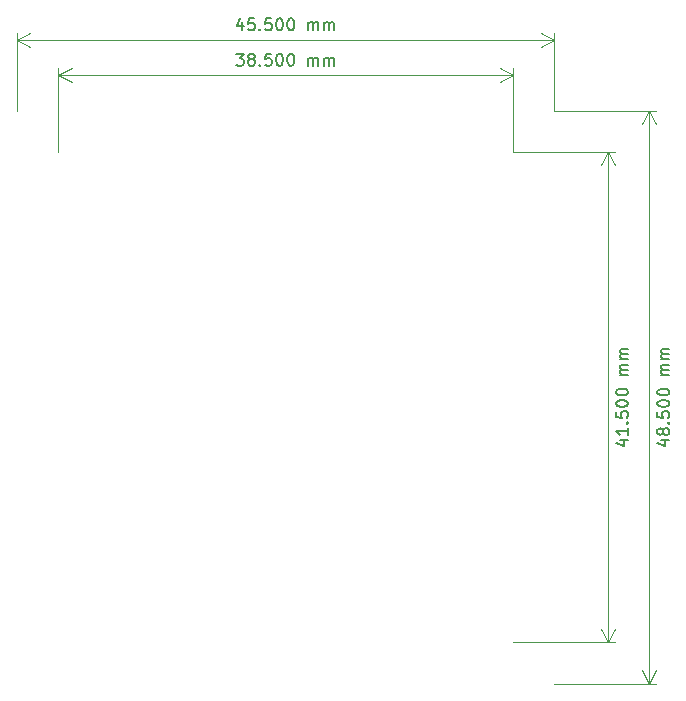
<source format=gbr>
G04 #@! TF.GenerationSoftware,KiCad,Pcbnew,(5.1.4)-1*
G04 #@! TF.CreationDate,2020-08-13T18:30:19+03:00*
G04 #@! TF.ProjectId,4_switch_array,345f7377-6974-4636-985f-61727261792e,rev?*
G04 #@! TF.SameCoordinates,Original*
G04 #@! TF.FileFunction,Other,ECO1*
%FSLAX46Y46*%
G04 Gerber Fmt 4.6, Leading zero omitted, Abs format (unit mm)*
G04 Created by KiCad (PCBNEW (5.1.4)-1) date 2020-08-13 18:30:19*
%MOMM*%
%LPD*%
G04 APERTURE LIST*
%ADD10C,0.150000*%
%ADD11C,0.120000*%
G04 APERTURE END LIST*
D10*
X142559523Y-28682380D02*
X143178571Y-28682380D01*
X142845238Y-29063333D01*
X142988095Y-29063333D01*
X143083333Y-29110952D01*
X143130952Y-29158571D01*
X143178571Y-29253809D01*
X143178571Y-29491904D01*
X143130952Y-29587142D01*
X143083333Y-29634761D01*
X142988095Y-29682380D01*
X142702380Y-29682380D01*
X142607142Y-29634761D01*
X142559523Y-29587142D01*
X143750000Y-29110952D02*
X143654761Y-29063333D01*
X143607142Y-29015714D01*
X143559523Y-28920476D01*
X143559523Y-28872857D01*
X143607142Y-28777619D01*
X143654761Y-28730000D01*
X143750000Y-28682380D01*
X143940476Y-28682380D01*
X144035714Y-28730000D01*
X144083333Y-28777619D01*
X144130952Y-28872857D01*
X144130952Y-28920476D01*
X144083333Y-29015714D01*
X144035714Y-29063333D01*
X143940476Y-29110952D01*
X143750000Y-29110952D01*
X143654761Y-29158571D01*
X143607142Y-29206190D01*
X143559523Y-29301428D01*
X143559523Y-29491904D01*
X143607142Y-29587142D01*
X143654761Y-29634761D01*
X143750000Y-29682380D01*
X143940476Y-29682380D01*
X144035714Y-29634761D01*
X144083333Y-29587142D01*
X144130952Y-29491904D01*
X144130952Y-29301428D01*
X144083333Y-29206190D01*
X144035714Y-29158571D01*
X143940476Y-29110952D01*
X144559523Y-29587142D02*
X144607142Y-29634761D01*
X144559523Y-29682380D01*
X144511904Y-29634761D01*
X144559523Y-29587142D01*
X144559523Y-29682380D01*
X145511904Y-28682380D02*
X145035714Y-28682380D01*
X144988095Y-29158571D01*
X145035714Y-29110952D01*
X145130952Y-29063333D01*
X145369047Y-29063333D01*
X145464285Y-29110952D01*
X145511904Y-29158571D01*
X145559523Y-29253809D01*
X145559523Y-29491904D01*
X145511904Y-29587142D01*
X145464285Y-29634761D01*
X145369047Y-29682380D01*
X145130952Y-29682380D01*
X145035714Y-29634761D01*
X144988095Y-29587142D01*
X146178571Y-28682380D02*
X146273809Y-28682380D01*
X146369047Y-28730000D01*
X146416666Y-28777619D01*
X146464285Y-28872857D01*
X146511904Y-29063333D01*
X146511904Y-29301428D01*
X146464285Y-29491904D01*
X146416666Y-29587142D01*
X146369047Y-29634761D01*
X146273809Y-29682380D01*
X146178571Y-29682380D01*
X146083333Y-29634761D01*
X146035714Y-29587142D01*
X145988095Y-29491904D01*
X145940476Y-29301428D01*
X145940476Y-29063333D01*
X145988095Y-28872857D01*
X146035714Y-28777619D01*
X146083333Y-28730000D01*
X146178571Y-28682380D01*
X147130952Y-28682380D02*
X147226190Y-28682380D01*
X147321428Y-28730000D01*
X147369047Y-28777619D01*
X147416666Y-28872857D01*
X147464285Y-29063333D01*
X147464285Y-29301428D01*
X147416666Y-29491904D01*
X147369047Y-29587142D01*
X147321428Y-29634761D01*
X147226190Y-29682380D01*
X147130952Y-29682380D01*
X147035714Y-29634761D01*
X146988095Y-29587142D01*
X146940476Y-29491904D01*
X146892857Y-29301428D01*
X146892857Y-29063333D01*
X146940476Y-28872857D01*
X146988095Y-28777619D01*
X147035714Y-28730000D01*
X147130952Y-28682380D01*
X148654761Y-29682380D02*
X148654761Y-29015714D01*
X148654761Y-29110952D02*
X148702380Y-29063333D01*
X148797619Y-29015714D01*
X148940476Y-29015714D01*
X149035714Y-29063333D01*
X149083333Y-29158571D01*
X149083333Y-29682380D01*
X149083333Y-29158571D02*
X149130952Y-29063333D01*
X149226190Y-29015714D01*
X149369047Y-29015714D01*
X149464285Y-29063333D01*
X149511904Y-29158571D01*
X149511904Y-29682380D01*
X149988095Y-29682380D02*
X149988095Y-29015714D01*
X149988095Y-29110952D02*
X150035714Y-29063333D01*
X150130952Y-29015714D01*
X150273809Y-29015714D01*
X150369047Y-29063333D01*
X150416666Y-29158571D01*
X150416666Y-29682380D01*
X150416666Y-29158571D02*
X150464285Y-29063333D01*
X150559523Y-29015714D01*
X150702380Y-29015714D01*
X150797619Y-29063333D01*
X150845238Y-29158571D01*
X150845238Y-29682380D01*
D11*
X127500000Y-30500000D02*
X166000000Y-30500000D01*
X127500000Y-37000000D02*
X127500000Y-29913579D01*
X166000000Y-37000000D02*
X166000000Y-29913579D01*
X166000000Y-30500000D02*
X164873496Y-31086421D01*
X166000000Y-30500000D02*
X164873496Y-29913579D01*
X127500000Y-30500000D02*
X128626504Y-31086421D01*
X127500000Y-30500000D02*
X128626504Y-29913579D01*
D10*
X143083333Y-26015714D02*
X143083333Y-26682380D01*
X142845238Y-25634761D02*
X142607142Y-26349047D01*
X143226190Y-26349047D01*
X144083333Y-25682380D02*
X143607142Y-25682380D01*
X143559523Y-26158571D01*
X143607142Y-26110952D01*
X143702380Y-26063333D01*
X143940476Y-26063333D01*
X144035714Y-26110952D01*
X144083333Y-26158571D01*
X144130952Y-26253809D01*
X144130952Y-26491904D01*
X144083333Y-26587142D01*
X144035714Y-26634761D01*
X143940476Y-26682380D01*
X143702380Y-26682380D01*
X143607142Y-26634761D01*
X143559523Y-26587142D01*
X144559523Y-26587142D02*
X144607142Y-26634761D01*
X144559523Y-26682380D01*
X144511904Y-26634761D01*
X144559523Y-26587142D01*
X144559523Y-26682380D01*
X145511904Y-25682380D02*
X145035714Y-25682380D01*
X144988095Y-26158571D01*
X145035714Y-26110952D01*
X145130952Y-26063333D01*
X145369047Y-26063333D01*
X145464285Y-26110952D01*
X145511904Y-26158571D01*
X145559523Y-26253809D01*
X145559523Y-26491904D01*
X145511904Y-26587142D01*
X145464285Y-26634761D01*
X145369047Y-26682380D01*
X145130952Y-26682380D01*
X145035714Y-26634761D01*
X144988095Y-26587142D01*
X146178571Y-25682380D02*
X146273809Y-25682380D01*
X146369047Y-25730000D01*
X146416666Y-25777619D01*
X146464285Y-25872857D01*
X146511904Y-26063333D01*
X146511904Y-26301428D01*
X146464285Y-26491904D01*
X146416666Y-26587142D01*
X146369047Y-26634761D01*
X146273809Y-26682380D01*
X146178571Y-26682380D01*
X146083333Y-26634761D01*
X146035714Y-26587142D01*
X145988095Y-26491904D01*
X145940476Y-26301428D01*
X145940476Y-26063333D01*
X145988095Y-25872857D01*
X146035714Y-25777619D01*
X146083333Y-25730000D01*
X146178571Y-25682380D01*
X147130952Y-25682380D02*
X147226190Y-25682380D01*
X147321428Y-25730000D01*
X147369047Y-25777619D01*
X147416666Y-25872857D01*
X147464285Y-26063333D01*
X147464285Y-26301428D01*
X147416666Y-26491904D01*
X147369047Y-26587142D01*
X147321428Y-26634761D01*
X147226190Y-26682380D01*
X147130952Y-26682380D01*
X147035714Y-26634761D01*
X146988095Y-26587142D01*
X146940476Y-26491904D01*
X146892857Y-26301428D01*
X146892857Y-26063333D01*
X146940476Y-25872857D01*
X146988095Y-25777619D01*
X147035714Y-25730000D01*
X147130952Y-25682380D01*
X148654761Y-26682380D02*
X148654761Y-26015714D01*
X148654761Y-26110952D02*
X148702380Y-26063333D01*
X148797619Y-26015714D01*
X148940476Y-26015714D01*
X149035714Y-26063333D01*
X149083333Y-26158571D01*
X149083333Y-26682380D01*
X149083333Y-26158571D02*
X149130952Y-26063333D01*
X149226190Y-26015714D01*
X149369047Y-26015714D01*
X149464285Y-26063333D01*
X149511904Y-26158571D01*
X149511904Y-26682380D01*
X149988095Y-26682380D02*
X149988095Y-26015714D01*
X149988095Y-26110952D02*
X150035714Y-26063333D01*
X150130952Y-26015714D01*
X150273809Y-26015714D01*
X150369047Y-26063333D01*
X150416666Y-26158571D01*
X150416666Y-26682380D01*
X150416666Y-26158571D02*
X150464285Y-26063333D01*
X150559523Y-26015714D01*
X150702380Y-26015714D01*
X150797619Y-26063333D01*
X150845238Y-26158571D01*
X150845238Y-26682380D01*
D11*
X124000000Y-27500000D02*
X169500000Y-27500000D01*
X124000000Y-33500000D02*
X124000000Y-26913579D01*
X169500000Y-33500000D02*
X169500000Y-26913579D01*
X169500000Y-27500000D02*
X168373496Y-28086421D01*
X169500000Y-27500000D02*
X168373496Y-26913579D01*
X124000000Y-27500000D02*
X125126504Y-28086421D01*
X124000000Y-27500000D02*
X125126504Y-26913579D01*
D10*
X175055714Y-61416666D02*
X175722380Y-61416666D01*
X174674761Y-61654761D02*
X175389047Y-61892857D01*
X175389047Y-61273809D01*
X175722380Y-60369047D02*
X175722380Y-60940476D01*
X175722380Y-60654761D02*
X174722380Y-60654761D01*
X174865238Y-60750000D01*
X174960476Y-60845238D01*
X175008095Y-60940476D01*
X175627142Y-59940476D02*
X175674761Y-59892857D01*
X175722380Y-59940476D01*
X175674761Y-59988095D01*
X175627142Y-59940476D01*
X175722380Y-59940476D01*
X174722380Y-58988095D02*
X174722380Y-59464285D01*
X175198571Y-59511904D01*
X175150952Y-59464285D01*
X175103333Y-59369047D01*
X175103333Y-59130952D01*
X175150952Y-59035714D01*
X175198571Y-58988095D01*
X175293809Y-58940476D01*
X175531904Y-58940476D01*
X175627142Y-58988095D01*
X175674761Y-59035714D01*
X175722380Y-59130952D01*
X175722380Y-59369047D01*
X175674761Y-59464285D01*
X175627142Y-59511904D01*
X174722380Y-58321428D02*
X174722380Y-58226190D01*
X174770000Y-58130952D01*
X174817619Y-58083333D01*
X174912857Y-58035714D01*
X175103333Y-57988095D01*
X175341428Y-57988095D01*
X175531904Y-58035714D01*
X175627142Y-58083333D01*
X175674761Y-58130952D01*
X175722380Y-58226190D01*
X175722380Y-58321428D01*
X175674761Y-58416666D01*
X175627142Y-58464285D01*
X175531904Y-58511904D01*
X175341428Y-58559523D01*
X175103333Y-58559523D01*
X174912857Y-58511904D01*
X174817619Y-58464285D01*
X174770000Y-58416666D01*
X174722380Y-58321428D01*
X174722380Y-57369047D02*
X174722380Y-57273809D01*
X174770000Y-57178571D01*
X174817619Y-57130952D01*
X174912857Y-57083333D01*
X175103333Y-57035714D01*
X175341428Y-57035714D01*
X175531904Y-57083333D01*
X175627142Y-57130952D01*
X175674761Y-57178571D01*
X175722380Y-57273809D01*
X175722380Y-57369047D01*
X175674761Y-57464285D01*
X175627142Y-57511904D01*
X175531904Y-57559523D01*
X175341428Y-57607142D01*
X175103333Y-57607142D01*
X174912857Y-57559523D01*
X174817619Y-57511904D01*
X174770000Y-57464285D01*
X174722380Y-57369047D01*
X175722380Y-55845238D02*
X175055714Y-55845238D01*
X175150952Y-55845238D02*
X175103333Y-55797619D01*
X175055714Y-55702380D01*
X175055714Y-55559523D01*
X175103333Y-55464285D01*
X175198571Y-55416666D01*
X175722380Y-55416666D01*
X175198571Y-55416666D02*
X175103333Y-55369047D01*
X175055714Y-55273809D01*
X175055714Y-55130952D01*
X175103333Y-55035714D01*
X175198571Y-54988095D01*
X175722380Y-54988095D01*
X175722380Y-54511904D02*
X175055714Y-54511904D01*
X175150952Y-54511904D02*
X175103333Y-54464285D01*
X175055714Y-54369047D01*
X175055714Y-54226190D01*
X175103333Y-54130952D01*
X175198571Y-54083333D01*
X175722380Y-54083333D01*
X175198571Y-54083333D02*
X175103333Y-54035714D01*
X175055714Y-53940476D01*
X175055714Y-53797619D01*
X175103333Y-53702380D01*
X175198571Y-53654761D01*
X175722380Y-53654761D01*
D11*
X174000000Y-78500000D02*
X174000000Y-37000000D01*
X166000000Y-78500000D02*
X174586421Y-78500000D01*
X166000000Y-37000000D02*
X174586421Y-37000000D01*
X174000000Y-37000000D02*
X174586421Y-38126504D01*
X174000000Y-37000000D02*
X173413579Y-38126504D01*
X174000000Y-78500000D02*
X174586421Y-77373496D01*
X174000000Y-78500000D02*
X173413579Y-77373496D01*
D10*
X178555714Y-61416666D02*
X179222380Y-61416666D01*
X178174761Y-61654761D02*
X178889047Y-61892857D01*
X178889047Y-61273809D01*
X178650952Y-60750000D02*
X178603333Y-60845238D01*
X178555714Y-60892857D01*
X178460476Y-60940476D01*
X178412857Y-60940476D01*
X178317619Y-60892857D01*
X178270000Y-60845238D01*
X178222380Y-60750000D01*
X178222380Y-60559523D01*
X178270000Y-60464285D01*
X178317619Y-60416666D01*
X178412857Y-60369047D01*
X178460476Y-60369047D01*
X178555714Y-60416666D01*
X178603333Y-60464285D01*
X178650952Y-60559523D01*
X178650952Y-60750000D01*
X178698571Y-60845238D01*
X178746190Y-60892857D01*
X178841428Y-60940476D01*
X179031904Y-60940476D01*
X179127142Y-60892857D01*
X179174761Y-60845238D01*
X179222380Y-60750000D01*
X179222380Y-60559523D01*
X179174761Y-60464285D01*
X179127142Y-60416666D01*
X179031904Y-60369047D01*
X178841428Y-60369047D01*
X178746190Y-60416666D01*
X178698571Y-60464285D01*
X178650952Y-60559523D01*
X179127142Y-59940476D02*
X179174761Y-59892857D01*
X179222380Y-59940476D01*
X179174761Y-59988095D01*
X179127142Y-59940476D01*
X179222380Y-59940476D01*
X178222380Y-58988095D02*
X178222380Y-59464285D01*
X178698571Y-59511904D01*
X178650952Y-59464285D01*
X178603333Y-59369047D01*
X178603333Y-59130952D01*
X178650952Y-59035714D01*
X178698571Y-58988095D01*
X178793809Y-58940476D01*
X179031904Y-58940476D01*
X179127142Y-58988095D01*
X179174761Y-59035714D01*
X179222380Y-59130952D01*
X179222380Y-59369047D01*
X179174761Y-59464285D01*
X179127142Y-59511904D01*
X178222380Y-58321428D02*
X178222380Y-58226190D01*
X178270000Y-58130952D01*
X178317619Y-58083333D01*
X178412857Y-58035714D01*
X178603333Y-57988095D01*
X178841428Y-57988095D01*
X179031904Y-58035714D01*
X179127142Y-58083333D01*
X179174761Y-58130952D01*
X179222380Y-58226190D01*
X179222380Y-58321428D01*
X179174761Y-58416666D01*
X179127142Y-58464285D01*
X179031904Y-58511904D01*
X178841428Y-58559523D01*
X178603333Y-58559523D01*
X178412857Y-58511904D01*
X178317619Y-58464285D01*
X178270000Y-58416666D01*
X178222380Y-58321428D01*
X178222380Y-57369047D02*
X178222380Y-57273809D01*
X178270000Y-57178571D01*
X178317619Y-57130952D01*
X178412857Y-57083333D01*
X178603333Y-57035714D01*
X178841428Y-57035714D01*
X179031904Y-57083333D01*
X179127142Y-57130952D01*
X179174761Y-57178571D01*
X179222380Y-57273809D01*
X179222380Y-57369047D01*
X179174761Y-57464285D01*
X179127142Y-57511904D01*
X179031904Y-57559523D01*
X178841428Y-57607142D01*
X178603333Y-57607142D01*
X178412857Y-57559523D01*
X178317619Y-57511904D01*
X178270000Y-57464285D01*
X178222380Y-57369047D01*
X179222380Y-55845238D02*
X178555714Y-55845238D01*
X178650952Y-55845238D02*
X178603333Y-55797619D01*
X178555714Y-55702380D01*
X178555714Y-55559523D01*
X178603333Y-55464285D01*
X178698571Y-55416666D01*
X179222380Y-55416666D01*
X178698571Y-55416666D02*
X178603333Y-55369047D01*
X178555714Y-55273809D01*
X178555714Y-55130952D01*
X178603333Y-55035714D01*
X178698571Y-54988095D01*
X179222380Y-54988095D01*
X179222380Y-54511904D02*
X178555714Y-54511904D01*
X178650952Y-54511904D02*
X178603333Y-54464285D01*
X178555714Y-54369047D01*
X178555714Y-54226190D01*
X178603333Y-54130952D01*
X178698571Y-54083333D01*
X179222380Y-54083333D01*
X178698571Y-54083333D02*
X178603333Y-54035714D01*
X178555714Y-53940476D01*
X178555714Y-53797619D01*
X178603333Y-53702380D01*
X178698571Y-53654761D01*
X179222380Y-53654761D01*
D11*
X177500000Y-82000000D02*
X177500000Y-33500000D01*
X169500000Y-82000000D02*
X178086421Y-82000000D01*
X169500000Y-33500000D02*
X178086421Y-33500000D01*
X177500000Y-33500000D02*
X178086421Y-34626504D01*
X177500000Y-33500000D02*
X176913579Y-34626504D01*
X177500000Y-82000000D02*
X178086421Y-80873496D01*
X177500000Y-82000000D02*
X176913579Y-80873496D01*
M02*

</source>
